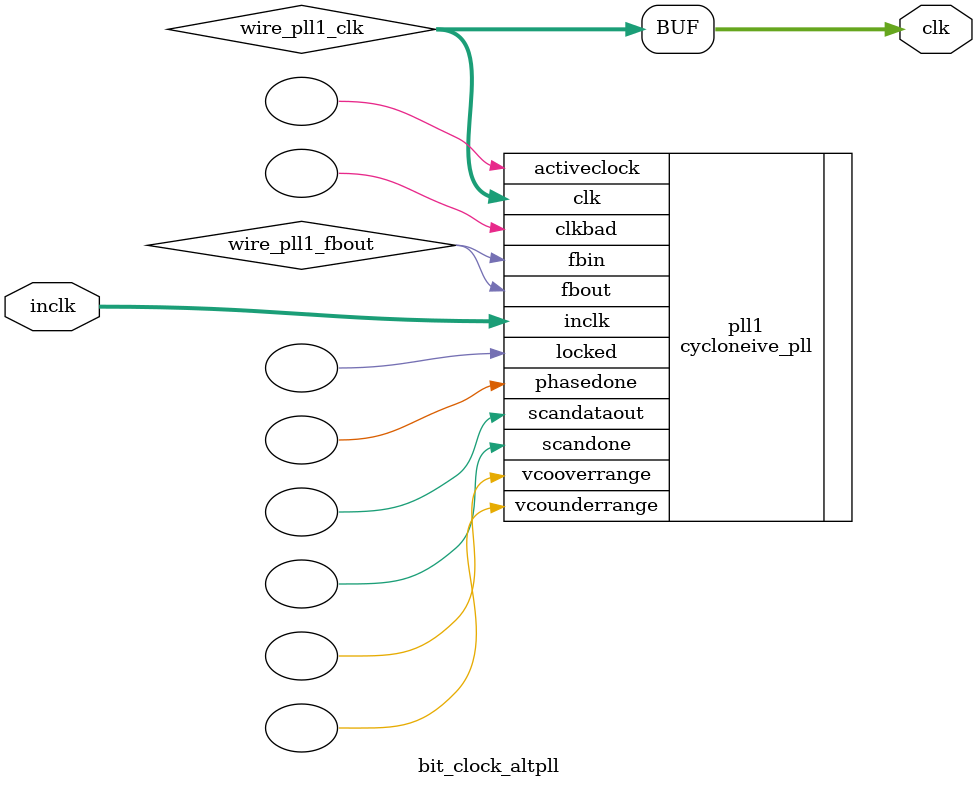
<source format=v>






//synthesis_resources = cycloneive_pll 1 
//synopsys translate_off
`timescale 1 ps / 1 ps
//synopsys translate_on
module  bit_clock_altpll
	( 
	clk,
	inclk) /* synthesis synthesis_clearbox=1 */;
	output   [4:0]  clk;
	input   [1:0]  inclk;
`ifndef ALTERA_RESERVED_QIS
// synopsys translate_off
`endif
	tri0   [1:0]  inclk;
`ifndef ALTERA_RESERVED_QIS
// synopsys translate_on
`endif

	wire  [4:0]   wire_pll1_clk;
	wire  wire_pll1_fbout;

	cycloneive_pll   pll1
	( 
	.activeclock(),
	.clk(wire_pll1_clk),
	.clkbad(),
	.fbin(wire_pll1_fbout),
	.fbout(wire_pll1_fbout),
	.inclk(inclk),
	.locked(),
	.phasedone(),
	.scandataout(),
	.scandone(),
	.vcooverrange(),
	.vcounderrange()
	`ifndef FORMAL_VERIFICATION
	// synopsys translate_off
	`endif
	,
	.areset(1'b0),
	.clkswitch(1'b0),
	.configupdate(1'b0),
	.pfdena(1'b1),
	.phasecounterselect({3{1'b0}}),
	.phasestep(1'b0),
	.phaseupdown(1'b0),
	.scanclk(1'b0),
	.scanclkena(1'b1),
	.scandata(1'b0)
	`ifndef FORMAL_VERIFICATION
	// synopsys translate_on
	`endif
	);
	defparam
		pll1.bandwidth_type = "auto",
		pll1.clk0_divide_by = 25,
		pll1.clk0_duty_cycle = 50,
		pll1.clk0_multiply_by = 56,
		pll1.clk0_phase_shift = "0",
		pll1.compensate_clock = "clk0",
		pll1.inclk0_input_frequency = 20000,
		pll1.operation_mode = "normal",
		pll1.pll_type = "auto",
		pll1.lpm_type = "cycloneive_pll";
	assign
		clk = {wire_pll1_clk[4:0]};
endmodule //bit_clock_altpll
//VALID FILE

</source>
